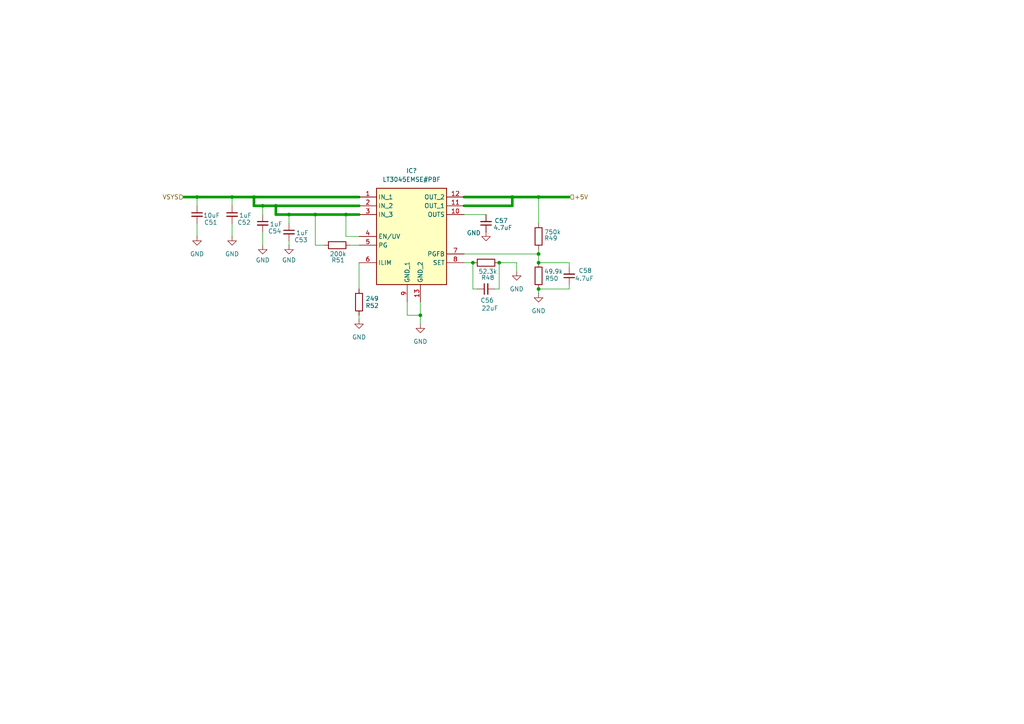
<source format=kicad_sch>
(kicad_sch (version 20250114) (generator "eeschema") (generator_version "9.0")
  (paper "A4")
  (lib_symbols
    (symbol "Device:C_Small" (pin_numbers (hide yes)) (pin_names (offset 0.254) (hide yes))
      (property "Reference" "C" (at 0.254 1.778 0))
      (property "Value" "C_Small" (at 0.254 -2.032 0))
      (symbol "C_Small_0_1"
        (polyline (pts (xy -1.524 0.508) (xy 1.524 0.508)) (stroke (width 0.3048)))
        (polyline (pts (xy -1.524 -0.508) (xy 1.524 -0.508)) (stroke (width 0.3302)))
      )
      (symbol "C_Small_1_1"
        (pin passive line (at 0 2.54 270) (length 2.032) (name "~") (number "1"))
        (pin passive line (at 0 -2.54 90) (length 2.032) (name "~") (number "2"))
      )
    )
    (symbol "Device:R" (pin_numbers (hide yes)) (pin_names (offset 0))
      (property "Reference" "R" (at 2.032 0 90))
      (property "Value" "R" (at 0 0 90))
      (symbol "R_0_1"
        (rectangle (start -1.016 -2.54) (end 1.016 2.54) (stroke (width 0.254)))
      )
      (symbol "R_1_1"
        (pin passive line (at 0 3.81 270) (length 1.27) (name "~") (number "1"))
        (pin passive line (at 0 -3.81 90) (length 1.27) (name "~") (number "2"))
      )
    )
    (symbol "LT3045EMSE#PBF_1"
      (property "Reference" "IC10" (at 15.24 7.62 0))
      (property "Value" "LT3045EMSE#PBF" (at 15.24 5.08 0))
      (symbol "LT3045EMSE#PBF_1_1_1"
        (rectangle (start 5.08 2.54) (end 25.4 -25.4) (stroke (width 0.254)) (fill (type background)))
        (pin passive line (at 0 0 0) (length 5.08) (name "IN_1") (number "1"))
        (pin passive line (at 0 -2.54 0) (length 5.08) (name "IN_2") (number "2"))
        (pin passive line (at 0 -5.08 0) (length 5.08) (name "IN_3") (number "3"))
        (pin passive line (at 0 -11.43 0) (length 5.08) (name "EN/UV") (number "4"))
        (pin passive line (at 0 -13.97 0) (length 5.08) (name "PG") (number "5"))
        (pin passive line (at 0 -19.05 0) (length 5.08) (name "ILIM") (number "6"))
        (pin passive line (at 13.97 -30.48 90) (length 5.08) (name "GND_1") (number "9"))
        (pin passive line (at 17.78 -30.48 90) (length 5.08) (name "GND_2") (number "13"))
        (pin passive line (at 30.48 0 180) (length 5.08) (name "OUT_2") (number "12"))
        (pin passive line (at 30.48 -2.54 180) (length 5.08) (name "OUT_1") (number "11"))
        (pin passive line (at 30.48 -5.08 180) (length 5.08) (name "OUTS") (number "10"))
        (pin passive line (at 30.48 -16.51 180) (length 5.08) (name "PGFB") (number "7"))
        (pin passive line (at 30.48 -19.05 180) (length 5.08) (name "SET") (number "8"))
      )
    )
    (symbol "power:GND" (power) (pin_numbers (hide yes)) (pin_names (offset 0) (hide yes))
      (property "Value" "GND" (at 0 -3.81 0))
      (symbol "GND_0_1"
        (polyline (pts (xy 0 0) (xy 0 -1.27) (xy 1.27 -1.27) (xy 0 -2.54) (xy -1.27 -1.27) (xy 0 -1.27)))
      )
      (symbol "GND_1_1"
        (pin power_in line (at 0 0 270) (length 0) (name "~") (number "1"))
      )
    )
  )
  (junction (at 156.21 76.2))
  (junction (at 67.31 57.15))
  (junction (at 144.78 76.2))
  (junction (at 156.21 83.82))
  (junction (at 100.33 62.23))
  (junction (at 121.92 91.44))
  (junction (at 91.44 62.23))
  (junction (at 137.16 76.2))
  (junction (at 57.15 57.15))
  (junction (at 83.82 62.23))
  (junction (at 80.01 59.69))
  (junction (at 76.2 59.69))
  (junction (at 73.66 57.15))
  (junction (at 156.21 73.66))
  (junction (at 156.21 57.15))
  (junction (at 148.59 57.15))
  (wire (pts (xy 134.62 73.66) (xy 156.21 73.66)))
  (wire (pts (xy 104.14 76.2) (xy 104.14 83.82)))
  (wire (pts (xy 57.15 57.15) (xy 57.15 59.69)))
  (wire (pts (xy 53.34 57.15) (xy 57.15 57.15)) (stroke (width 0.762)))
  (wire (pts (xy 80.01 62.23) (xy 83.82 62.23)) (stroke (width 0.762)))
  (wire (pts (xy 121.92 91.44) (xy 121.92 87.63)))
  (wire (pts (xy 137.16 76.2) (xy 137.16 83.82)))
  (wire (pts (xy 80.01 62.23) (xy 80.01 59.69)) (stroke (width 0.762)))
  (wire (pts (xy 149.86 76.2) (xy 149.86 78.74)))
  (wire (pts (xy 57.15 57.15) (xy 67.31 57.15)))
  (wire (pts (xy 73.66 57.15) (xy 104.14 57.15)) (stroke (width 0.762)))
  (wire (pts (xy 83.82 62.23) (xy 83.82 64.77)))
  (wire (pts (xy 118.11 91.44) (xy 121.92 91.44)))
  (wire (pts (xy 100.33 62.23) (xy 104.14 62.23)) (stroke (width 0.762)))
  (wire (pts (xy 104.14 92.71) (xy 104.14 91.44)))
  (wire (pts (xy 144.78 76.2) (xy 149.86 76.2)))
  (wire (pts (xy 134.62 59.69) (xy 148.59 59.69)) (stroke (width 0.762)))
  (wire (pts (xy 134.62 57.15) (xy 148.59 57.15)) (stroke (width 0.762)))
  (wire (pts (xy 91.44 62.23) (xy 100.33 62.23)) (stroke (width 0.762)))
  (wire (pts (xy 57.15 64.77) (xy 57.15 68.58)))
  (wire (pts (xy 73.66 59.69) (xy 73.66 57.15)) (stroke (width 0.762)))
  (wire (pts (xy 76.2 67.31) (xy 76.2 71.12)))
  (wire (pts (xy 67.31 57.15) (xy 73.66 57.15)) (stroke (width 0.762)))
  (wire (pts (xy 165.1 83.82) (xy 156.21 83.82)))
  (wire (pts (xy 101.6 71.12) (xy 104.14 71.12)))
  (wire (pts (xy 138.43 83.82) (xy 137.16 83.82)))
  (wire (pts (xy 80.01 59.69) (xy 104.14 59.69)) (stroke (width 0.762)))
  (wire (pts (xy 134.62 62.23) (xy 140.97 62.23)))
  (wire (pts (xy 165.1 82.55) (xy 165.1 83.82)))
  (wire (pts (xy 100.33 68.58) (xy 100.33 62.23)))
  (wire (pts (xy 76.2 59.69) (xy 76.2 62.23)))
  (wire (pts (xy 57.15 57.15) (xy 67.31 57.15)) (stroke (width 0.762)))
  (wire (pts (xy 76.2 59.69) (xy 80.01 59.69)) (stroke (width 0.762)))
  (wire (pts (xy 91.44 71.12) (xy 91.44 62.23)))
  (wire (pts (xy 156.21 83.82) (xy 156.21 85.09)))
  (wire (pts (xy 83.82 62.23) (xy 91.44 62.23)) (stroke (width 0.762)))
  (wire (pts (xy 156.21 57.15) (xy 165.1 57.15)) (stroke (width 0.762)))
  (wire (pts (xy 148.59 57.15) (xy 156.21 57.15)) (stroke (width 0.762)))
  (wire (pts (xy 83.82 69.85) (xy 83.82 71.12)))
  (wire (pts (xy 144.78 76.2) (xy 144.78 83.82)))
  (wire (pts (xy 121.92 91.44) (xy 121.92 93.98)))
  (wire (pts (xy 104.14 68.58) (xy 100.33 68.58)))
  (wire (pts (xy 134.62 76.2) (xy 137.16 76.2)))
  (wire (pts (xy 156.21 57.15) (xy 156.21 64.77)))
  (wire (pts (xy 165.1 77.47) (xy 165.1 76.2)))
  (wire (pts (xy 76.2 59.69) (xy 78.74 59.69)))
  (wire (pts (xy 156.21 76.2) (xy 165.1 76.2)))
  (wire (pts (xy 93.98 71.12) (xy 91.44 71.12)))
  (wire (pts (xy 143.51 83.82) (xy 144.78 83.82)))
  (wire (pts (xy 67.31 64.77) (xy 67.31 68.58)))
  (wire (pts (xy 73.66 59.69) (xy 76.2 59.69)) (stroke (width 0.762)))
  (wire (pts (xy 156.21 72.39) (xy 156.21 73.66)))
  (wire (pts (xy 83.82 62.23) (xy 86.36 62.23)))
  (wire (pts (xy 118.11 87.63) (xy 118.11 91.44)))
  (wire (pts (xy 156.21 73.66) (xy 156.21 76.2)))
  (wire (pts (xy 148.59 57.15) (xy 148.59 59.69)) (stroke (width 0.762)))
  (wire (pts (xy 67.31 57.15) (xy 67.31 59.69)))
  (hierarchical_label "VSYS" (shape input) (at 53.34 57.15 180))
  (hierarchical_label "+5V" (shape input) (at 165.1 57.15 0))
  (symbol (lib_id "power:GND") (at 67.31 68.58 0) (unit 1)
    (property "Reference" "#PWR084" (effects (hide yes)))
    (property "Value" "GND" (at 67.31 73.66 0))
    (property "Description" "Power symbol creates a global label with name \"GND\" , ground" (effects (hide yes)))
  )
  (symbol (lib_id "power:GND") (at 104.14 92.71 0) (unit 1)
    (property "Reference" "#PWR090" (effects (hide yes)))
    (property "Value" "GND" (at 104.14 97.79 0))
    (property "Description" "Power symbol creates a global label with name \"GND\" , ground" (effects (hide yes)))
  )
  (symbol (lib_id "power:GND") (at 121.92 93.98 0) (unit 1)
    (property "Reference" "#PWR?" (effects (hide yes)))
    (property "Value" "GND" (at 121.92 99.06 0))
    (property "Description" "Power symbol creates a global label with name \"GND\" , ground" (effects (hide yes)))
  )
  (symbol (lib_name "LT3045EMSE#PBF_1") (lib_id "LT3045EMSE#PBF:LT3045EMSE#PBF") (at 104.14 57.15 0) (unit 1)
    (property "Reference" "IC?" (at 119.38 49.53 0))
    (property "Value" "LT3045EMSE#PBF" (at 119.38 52.07 0))
    (property "Footprint" "SOP65P490X110-13N" (effects (hide yes)))
    (property "Datasheet" "http://cds.linear.com/docs/en/datasheet/3045f.pdf" (effects (hide yes)))
    (property "Description" "12-LEAD PLASTIC MSOP" (effects (hide yes)))
    (property "Height" "1.1" (effects (hide yes)))
    (property "Mouser Part Number" "584-LT3045EMSE#PBF" (effects (hide yes)))
    (property "Mouser Price/Stock" "https://www.mouser.co.uk/ProductDetail/Analog-Devices/LT3045EMSEPBF?qs=oahfZPh6IALaLGJLx0PWbw%3D%3D" (effects (hide yes)))
    (property "Manufacturer_Name" "Analog Devices" (effects (hide yes)))
    (property "Manufacturer_Part_Number" "LT3045EMSE#PBF" (effects (hide yes)))
  )
  (symbol (lib_id "Device:C_Small") (at 140.97 83.82 90) (unit 1)
    (property "Reference" "C56" (at 143.256 87.122 90) (effects (justify left)))
    (property "Value" "22uF" (at 144.526 89.408 90) (effects (justify left)))
    (property "Description" "Unpolarized capacitor, small symbol" (effects (hide yes)))
  )
  (symbol (lib_id "Device:R") (at 140.97 76.2 270) (unit 1)
    (property "Reference" "R48" (at 141.478 80.518 90))
    (property "Value" "52.3k" (at 141.478 78.74 90))
    (property "Description" "Resistor" (effects (hide yes)))
  )
  (symbol (lib_id "power:GND") (at 57.15 68.58 0) (unit 1)
    (property "Reference" "#PWR?" (effects (hide yes)))
    (property "Value" "GND" (at 57.15 73.66 0))
    (property "Description" "Power symbol creates a global label with name \"GND\" , ground" (effects (hide yes)))
  )
  (symbol (lib_id "power:GND") (at 76.2 71.12 0) (unit 1)
    (property "Reference" "#PWR085" (effects (hide yes)))
    (property "Value" "GND" (at 76.2 75.438 0))
    (property "Description" "Power symbol creates a global label with name \"GND\" , ground" (effects (hide yes)))
  )
  (symbol (lib_id "Device:C_Small") (at 76.2 64.77 0) (unit 1)
    (property "Reference" "C54" (at 77.724 67.056 0) (effects (justify left)))
    (property "Value" "1uF" (at 78.232 65.024 0) (effects (justify left)))
    (property "Description" "Unpolarized capacitor, small symbol" (effects (hide yes)))
  )
  (symbol (lib_id "power:GND") (at 140.97 67.31 0) (unit 1)
    (property "Reference" "#PWR088" (effects (hide yes)))
    (property "Value" "GND" (at 137.414 67.564 0))
    (property "Description" "Power symbol creates a global label with name \"GND\" , ground" (effects (hide yes)))
  )
  (symbol (lib_id "Device:R") (at 97.79 71.12 270) (unit 1)
    (property "Reference" "R51" (at 98.044 75.438 90))
    (property "Value" "200k" (at 98.044 73.66 90))
    (property "Description" "Resistor" (effects (hide yes)))
  )
  (symbol (lib_id "Device:R") (at 104.14 87.63 0) (unit 1)
    (property "Reference" "R52" (at 107.95 88.646 0))
    (property "Value" "249" (at 107.95 86.614 0))
    (property "Description" "Resistor" (effects (hide yes)))
  )
  (symbol (lib_id "power:GND") (at 156.21 85.09 0) (unit 1)
    (property "Reference" "#PWR089" (effects (hide yes)))
    (property "Value" "GND" (at 156.21 90.17 0))
    (property "Description" "Power symbol creates a global label with name \"GND\" , ground" (effects (hide yes)))
  )
  (symbol (lib_id "Device:R") (at 156.21 80.01 0) (unit 1)
    (property "Reference" "R50" (at 160.02 80.772 0))
    (property "Value" "49.9k" (at 160.528 78.74 0))
    (property "Description" "Resistor" (effects (hide yes)))
  )
  (symbol (lib_id "power:GND") (at 83.82 71.12 0) (unit 1)
    (property "Reference" "#PWR086" (effects (hide yes)))
    (property "Value" "GND" (at 83.82 75.438 0))
    (property "Description" "Power symbol creates a global label with name \"GND\" , ground" (effects (hide yes)))
  )
  (symbol (lib_id "Device:C_Small") (at 140.97 64.77 180) (unit 1)
    (property "Reference" "C57" (at 147.32 64.008 0) (effects (justify left)))
    (property "Value" "4.7uF" (at 148.59 66.04 0) (effects (justify left)))
    (property "Description" "Unpolarized capacitor, small symbol" (effects (hide yes)))
  )
  (symbol (lib_id "Device:C_Small") (at 57.15 62.23 0) (unit 1)
    (property "Reference" "C51" (at 59.182 64.516 0) (effects (justify left)))
    (property "Value" "10uF" (at 58.928 62.484 0) (effects (justify left)))
    (property "Description" "Unpolarized capacitor, small symbol" (effects (hide yes)))
  )
  (symbol (lib_id "power:GND") (at 149.86 78.74 0) (unit 1)
    (property "Reference" "#PWR?" (effects (hide yes)))
    (property "Value" "GND" (at 149.86 83.82 0))
    (property "Description" "Power symbol creates a global label with name \"GND\" , ground" (effects (hide yes)))
  )
  (symbol (lib_id "Device:C_Small") (at 165.1 80.01 180) (unit 1)
    (property "Reference" "C58" (at 171.704 78.486 0) (effects (justify left)))
    (property "Value" "4.7uF" (at 172.212 80.772 0) (effects (justify left)))
    (property "Description" "Unpolarized capacitor, small symbol" (effects (hide yes)))
  )
  (symbol (lib_id "Device:C_Small") (at 83.82 67.31 0) (unit 1)
    (property "Reference" "C53" (at 85.344 69.596 0) (effects (justify left)))
    (property "Value" "1uF" (at 85.852 67.564 0) (effects (justify left)))
    (property "Description" "Unpolarized capacitor, small symbol" (effects (hide yes)))
  )
  (symbol (lib_id "Device:R") (at 156.21 68.58 0) (unit 1)
    (property "Reference" "R49" (at 159.766 69.088 0))
    (property "Value" "750k" (at 160.274 67.31 0))
    (property "Description" "Resistor" (effects (hide yes)))
  )
  (symbol (lib_id "Device:C_Small") (at 67.31 62.23 0) (unit 1)
    (property "Reference" "C52" (at 68.834 64.516 0) (effects (justify left)))
    (property "Value" "1uF" (at 69.342 62.484 0) (effects (justify left)))
    (property "Description" "Unpolarized capacitor, small symbol" (effects (hide yes)))
  )
)
</source>
